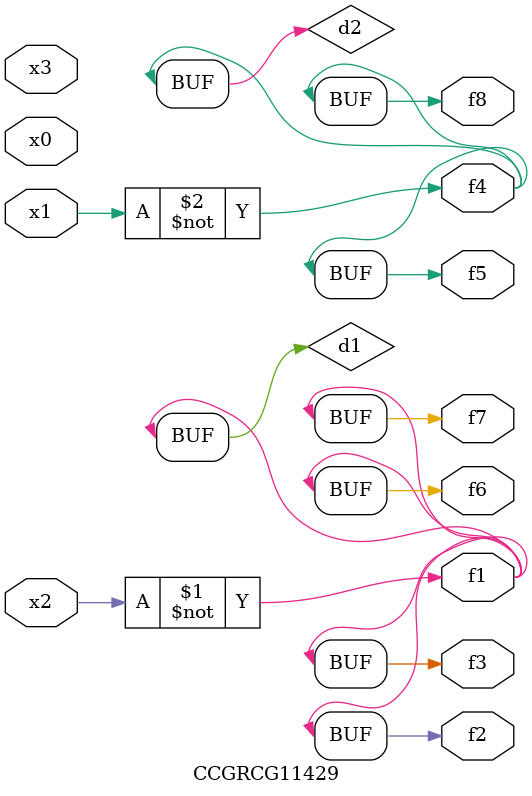
<source format=v>
module CCGRCG11429(
	input x0, x1, x2, x3,
	output f1, f2, f3, f4, f5, f6, f7, f8
);

	wire d1, d2;

	xnor (d1, x2);
	not (d2, x1);
	assign f1 = d1;
	assign f2 = d1;
	assign f3 = d1;
	assign f4 = d2;
	assign f5 = d2;
	assign f6 = d1;
	assign f7 = d1;
	assign f8 = d2;
endmodule

</source>
